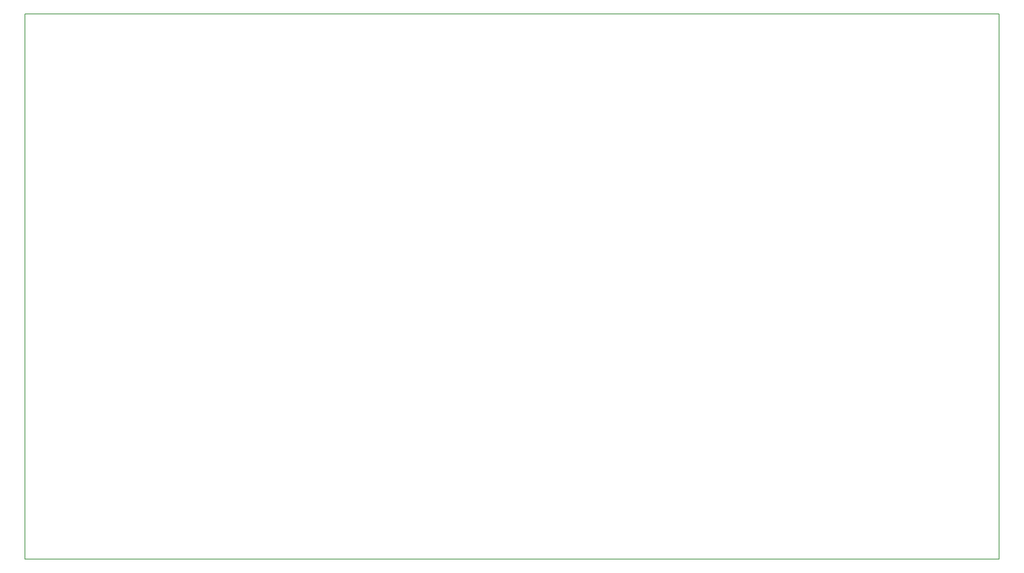
<source format=gbr>
G04 #@! TF.GenerationSoftware,KiCad,Pcbnew,7.0.6*
G04 #@! TF.CreationDate,2024-04-22T15:15:48+03:00*
G04 #@! TF.ProjectId,sensor_current_stand,73656e73-6f72-45f6-9375-7272656e745f,rev?*
G04 #@! TF.SameCoordinates,Original*
G04 #@! TF.FileFunction,Profile,NP*
%FSLAX46Y46*%
G04 Gerber Fmt 4.6, Leading zero omitted, Abs format (unit mm)*
G04 Created by KiCad (PCBNEW 7.0.6) date 2024-04-22 15:15:48*
%MOMM*%
%LPD*%
G01*
G04 APERTURE LIST*
G04 #@! TA.AperFunction,Profile*
%ADD10C,0.200000*%
G04 #@! TD*
G04 APERTURE END LIST*
D10*
X50900000Y-30800000D02*
X275900000Y-30800000D01*
X275900000Y-156800000D01*
X50900000Y-156800000D01*
X50900000Y-30800000D01*
M02*

</source>
